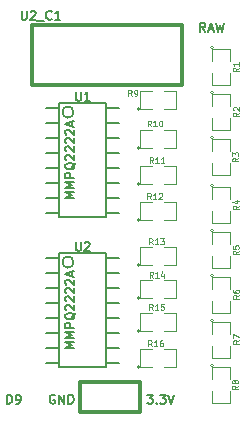
<source format=gto>
G04 (created by PCBNEW (2013-07-07 BZR 4022)-stable) date 11/1/2014 8:09:35 PM*
%MOIN*%
G04 Gerber Fmt 3.4, Leading zero omitted, Abs format*
%FSLAX34Y34*%
G01*
G70*
G90*
G04 APERTURE LIST*
%ADD10C,0.00590551*%
%ADD11C,0.0075*%
%ADD12C,0.005*%
%ADD13C,0.0039*%
%ADD14C,0.012*%
%ADD15C,0.0059*%
%ADD16C,0.0043*%
G04 APERTURE END LIST*
G54D10*
G54D11*
X150292Y-87521D02*
X150192Y-87378D01*
X150121Y-87521D02*
X150121Y-87221D01*
X150235Y-87221D01*
X150264Y-87235D01*
X150278Y-87250D01*
X150292Y-87278D01*
X150292Y-87321D01*
X150278Y-87350D01*
X150264Y-87364D01*
X150235Y-87378D01*
X150121Y-87378D01*
X150407Y-87435D02*
X150550Y-87435D01*
X150378Y-87521D02*
X150478Y-87221D01*
X150578Y-87521D01*
X150650Y-87221D02*
X150721Y-87521D01*
X150778Y-87307D01*
X150835Y-87521D01*
X150907Y-87221D01*
X143678Y-99921D02*
X143678Y-99621D01*
X143750Y-99621D01*
X143792Y-99635D01*
X143821Y-99664D01*
X143835Y-99692D01*
X143850Y-99750D01*
X143850Y-99792D01*
X143835Y-99850D01*
X143821Y-99878D01*
X143792Y-99907D01*
X143750Y-99921D01*
X143678Y-99921D01*
X143992Y-99921D02*
X144050Y-99921D01*
X144078Y-99907D01*
X144092Y-99892D01*
X144121Y-99850D01*
X144135Y-99792D01*
X144135Y-99678D01*
X144121Y-99650D01*
X144107Y-99635D01*
X144078Y-99621D01*
X144021Y-99621D01*
X143992Y-99635D01*
X143978Y-99650D01*
X143964Y-99678D01*
X143964Y-99750D01*
X143978Y-99778D01*
X143992Y-99792D01*
X144021Y-99807D01*
X144078Y-99807D01*
X144107Y-99792D01*
X144121Y-99778D01*
X144135Y-99750D01*
X144164Y-86821D02*
X144164Y-87064D01*
X144178Y-87092D01*
X144192Y-87107D01*
X144221Y-87121D01*
X144278Y-87121D01*
X144307Y-87107D01*
X144321Y-87092D01*
X144335Y-87064D01*
X144335Y-86821D01*
X144464Y-86850D02*
X144478Y-86835D01*
X144507Y-86821D01*
X144578Y-86821D01*
X144607Y-86835D01*
X144621Y-86850D01*
X144635Y-86878D01*
X144635Y-86907D01*
X144621Y-86950D01*
X144450Y-87121D01*
X144635Y-87121D01*
X144692Y-87150D02*
X144921Y-87150D01*
X145164Y-87092D02*
X145150Y-87107D01*
X145107Y-87121D01*
X145078Y-87121D01*
X145035Y-87107D01*
X145007Y-87078D01*
X144992Y-87050D01*
X144978Y-86992D01*
X144978Y-86950D01*
X144992Y-86892D01*
X145007Y-86864D01*
X145035Y-86835D01*
X145078Y-86821D01*
X145107Y-86821D01*
X145150Y-86835D01*
X145164Y-86850D01*
X145450Y-87121D02*
X145278Y-87121D01*
X145364Y-87121D02*
X145364Y-86821D01*
X145335Y-86864D01*
X145307Y-86892D01*
X145278Y-86907D01*
X148357Y-99621D02*
X148542Y-99621D01*
X148442Y-99735D01*
X148485Y-99735D01*
X148514Y-99750D01*
X148528Y-99764D01*
X148542Y-99792D01*
X148542Y-99864D01*
X148528Y-99892D01*
X148514Y-99907D01*
X148485Y-99921D01*
X148400Y-99921D01*
X148371Y-99907D01*
X148357Y-99892D01*
X148671Y-99892D02*
X148685Y-99907D01*
X148671Y-99921D01*
X148657Y-99907D01*
X148671Y-99892D01*
X148671Y-99921D01*
X148785Y-99621D02*
X148971Y-99621D01*
X148871Y-99735D01*
X148914Y-99735D01*
X148942Y-99750D01*
X148957Y-99764D01*
X148971Y-99792D01*
X148971Y-99864D01*
X148957Y-99892D01*
X148942Y-99907D01*
X148914Y-99921D01*
X148828Y-99921D01*
X148800Y-99907D01*
X148785Y-99892D01*
X149057Y-99621D02*
X149157Y-99921D01*
X149257Y-99621D01*
X145271Y-99635D02*
X145242Y-99621D01*
X145200Y-99621D01*
X145157Y-99635D01*
X145128Y-99664D01*
X145114Y-99692D01*
X145100Y-99750D01*
X145100Y-99792D01*
X145114Y-99850D01*
X145128Y-99878D01*
X145157Y-99907D01*
X145200Y-99921D01*
X145228Y-99921D01*
X145271Y-99907D01*
X145285Y-99892D01*
X145285Y-99792D01*
X145228Y-99792D01*
X145414Y-99921D02*
X145414Y-99621D01*
X145585Y-99921D01*
X145585Y-99621D01*
X145728Y-99921D02*
X145728Y-99621D01*
X145800Y-99621D01*
X145842Y-99635D01*
X145871Y-99664D01*
X145885Y-99692D01*
X145900Y-99750D01*
X145900Y-99792D01*
X145885Y-99850D01*
X145871Y-99878D01*
X145842Y-99907D01*
X145800Y-99921D01*
X145728Y-99921D01*
G54D12*
X146980Y-91050D02*
X147410Y-91050D01*
X146980Y-91550D02*
X147410Y-91550D01*
X146980Y-92050D02*
X147410Y-92050D01*
X146980Y-90550D02*
X147410Y-90550D01*
X147410Y-90050D02*
X146980Y-90050D01*
X147410Y-92550D02*
X146980Y-92550D01*
X147410Y-93050D02*
X146980Y-93050D01*
X147410Y-93550D02*
X146980Y-93550D01*
X145420Y-93550D02*
X144990Y-93550D01*
X145420Y-93050D02*
X144990Y-93050D01*
X145420Y-92550D02*
X144990Y-92550D01*
X145420Y-90050D02*
X144990Y-90050D01*
X144990Y-90550D02*
X145420Y-90550D01*
X144990Y-92050D02*
X145420Y-92050D01*
X144990Y-91550D02*
X145420Y-91550D01*
X144990Y-91050D02*
X145420Y-91050D01*
X145896Y-90200D02*
G75*
G03X145896Y-90200I-186J0D01*
G74*
G01*
X146980Y-89900D02*
X145420Y-89900D01*
X145420Y-89900D02*
X145420Y-93700D01*
X145420Y-93700D02*
X146980Y-93700D01*
X146980Y-93700D02*
X146980Y-89900D01*
X146980Y-96050D02*
X147410Y-96050D01*
X146980Y-96550D02*
X147410Y-96550D01*
X146980Y-97050D02*
X147410Y-97050D01*
X146980Y-95550D02*
X147410Y-95550D01*
X147410Y-95050D02*
X146980Y-95050D01*
X147410Y-97550D02*
X146980Y-97550D01*
X147410Y-98050D02*
X146980Y-98050D01*
X147410Y-98550D02*
X146980Y-98550D01*
X145420Y-98550D02*
X144990Y-98550D01*
X145420Y-98050D02*
X144990Y-98050D01*
X145420Y-97550D02*
X144990Y-97550D01*
X145420Y-95050D02*
X144990Y-95050D01*
X144990Y-95550D02*
X145420Y-95550D01*
X144990Y-97050D02*
X145420Y-97050D01*
X144990Y-96550D02*
X145420Y-96550D01*
X144990Y-96050D02*
X145420Y-96050D01*
X145896Y-95200D02*
G75*
G03X145896Y-95200I-186J0D01*
G74*
G01*
X146980Y-94900D02*
X145420Y-94900D01*
X145420Y-94900D02*
X145420Y-98700D01*
X145420Y-98700D02*
X146980Y-98700D01*
X146980Y-98700D02*
X146980Y-94900D01*
G54D13*
X150550Y-97150D02*
G75*
G03X150550Y-97150I-50J0D01*
G74*
G01*
X150500Y-97600D02*
X150500Y-97200D01*
X150500Y-97200D02*
X151100Y-97200D01*
X151100Y-97200D02*
X151100Y-97600D01*
X151100Y-98000D02*
X151100Y-98400D01*
X151100Y-98400D02*
X150500Y-98400D01*
X150500Y-98400D02*
X150500Y-98000D01*
X148100Y-98700D02*
G75*
G03X148100Y-98700I-50J0D01*
G74*
G01*
X148500Y-98700D02*
X148100Y-98700D01*
X148100Y-98700D02*
X148100Y-98100D01*
X148100Y-98100D02*
X148500Y-98100D01*
X148900Y-98100D02*
X149300Y-98100D01*
X149300Y-98100D02*
X149300Y-98700D01*
X149300Y-98700D02*
X148900Y-98700D01*
X148100Y-97500D02*
G75*
G03X148100Y-97500I-50J0D01*
G74*
G01*
X148500Y-97500D02*
X148100Y-97500D01*
X148100Y-97500D02*
X148100Y-96900D01*
X148100Y-96900D02*
X148500Y-96900D01*
X148900Y-96900D02*
X149300Y-96900D01*
X149300Y-96900D02*
X149300Y-97500D01*
X149300Y-97500D02*
X148900Y-97500D01*
X148100Y-96400D02*
G75*
G03X148100Y-96400I-50J0D01*
G74*
G01*
X148500Y-96400D02*
X148100Y-96400D01*
X148100Y-96400D02*
X148100Y-95800D01*
X148100Y-95800D02*
X148500Y-95800D01*
X148900Y-95800D02*
X149300Y-95800D01*
X149300Y-95800D02*
X149300Y-96400D01*
X149300Y-96400D02*
X148900Y-96400D01*
X148100Y-95300D02*
G75*
G03X148100Y-95300I-50J0D01*
G74*
G01*
X148500Y-95300D02*
X148100Y-95300D01*
X148100Y-95300D02*
X148100Y-94700D01*
X148100Y-94700D02*
X148500Y-94700D01*
X148900Y-94700D02*
X149300Y-94700D01*
X149300Y-94700D02*
X149300Y-95300D01*
X149300Y-95300D02*
X148900Y-95300D01*
X148100Y-93800D02*
G75*
G03X148100Y-93800I-50J0D01*
G74*
G01*
X148500Y-93800D02*
X148100Y-93800D01*
X148100Y-93800D02*
X148100Y-93200D01*
X148100Y-93200D02*
X148500Y-93200D01*
X148900Y-93200D02*
X149300Y-93200D01*
X149300Y-93200D02*
X149300Y-93800D01*
X149300Y-93800D02*
X148900Y-93800D01*
X148100Y-92600D02*
G75*
G03X148100Y-92600I-50J0D01*
G74*
G01*
X148500Y-92600D02*
X148100Y-92600D01*
X148100Y-92600D02*
X148100Y-92000D01*
X148100Y-92000D02*
X148500Y-92000D01*
X148900Y-92000D02*
X149300Y-92000D01*
X149300Y-92000D02*
X149300Y-92600D01*
X149300Y-92600D02*
X148900Y-92600D01*
X148100Y-91400D02*
G75*
G03X148100Y-91400I-50J0D01*
G74*
G01*
X148500Y-91400D02*
X148100Y-91400D01*
X148100Y-91400D02*
X148100Y-90800D01*
X148100Y-90800D02*
X148500Y-90800D01*
X148900Y-90800D02*
X149300Y-90800D01*
X149300Y-90800D02*
X149300Y-91400D01*
X149300Y-91400D02*
X148900Y-91400D01*
X148100Y-90100D02*
G75*
G03X148100Y-90100I-50J0D01*
G74*
G01*
X148500Y-90100D02*
X148100Y-90100D01*
X148100Y-90100D02*
X148100Y-89500D01*
X148100Y-89500D02*
X148500Y-89500D01*
X148900Y-89500D02*
X149300Y-89500D01*
X149300Y-89500D02*
X149300Y-90100D01*
X149300Y-90100D02*
X148900Y-90100D01*
X150550Y-98650D02*
G75*
G03X150550Y-98650I-50J0D01*
G74*
G01*
X150500Y-99100D02*
X150500Y-98700D01*
X150500Y-98700D02*
X151100Y-98700D01*
X151100Y-98700D02*
X151100Y-99100D01*
X151100Y-99500D02*
X151100Y-99900D01*
X151100Y-99900D02*
X150500Y-99900D01*
X150500Y-99900D02*
X150500Y-99500D01*
X150550Y-95650D02*
G75*
G03X150550Y-95650I-50J0D01*
G74*
G01*
X150500Y-96100D02*
X150500Y-95700D01*
X150500Y-95700D02*
X151100Y-95700D01*
X151100Y-95700D02*
X151100Y-96100D01*
X151100Y-96500D02*
X151100Y-96900D01*
X151100Y-96900D02*
X150500Y-96900D01*
X150500Y-96900D02*
X150500Y-96500D01*
X150550Y-94150D02*
G75*
G03X150550Y-94150I-50J0D01*
G74*
G01*
X150500Y-94600D02*
X150500Y-94200D01*
X150500Y-94200D02*
X151100Y-94200D01*
X151100Y-94200D02*
X151100Y-94600D01*
X151100Y-95000D02*
X151100Y-95400D01*
X151100Y-95400D02*
X150500Y-95400D01*
X150500Y-95400D02*
X150500Y-95000D01*
X150550Y-92650D02*
G75*
G03X150550Y-92650I-50J0D01*
G74*
G01*
X150500Y-93100D02*
X150500Y-92700D01*
X150500Y-92700D02*
X151100Y-92700D01*
X151100Y-92700D02*
X151100Y-93100D01*
X151100Y-93500D02*
X151100Y-93900D01*
X151100Y-93900D02*
X150500Y-93900D01*
X150500Y-93900D02*
X150500Y-93500D01*
X150550Y-91050D02*
G75*
G03X150550Y-91050I-50J0D01*
G74*
G01*
X150500Y-91500D02*
X150500Y-91100D01*
X150500Y-91100D02*
X151100Y-91100D01*
X151100Y-91100D02*
X151100Y-91500D01*
X151100Y-91900D02*
X151100Y-92300D01*
X151100Y-92300D02*
X150500Y-92300D01*
X150500Y-92300D02*
X150500Y-91900D01*
X150550Y-89550D02*
G75*
G03X150550Y-89550I-50J0D01*
G74*
G01*
X150500Y-90000D02*
X150500Y-89600D01*
X150500Y-89600D02*
X151100Y-89600D01*
X151100Y-89600D02*
X151100Y-90000D01*
X151100Y-90400D02*
X151100Y-90800D01*
X151100Y-90800D02*
X150500Y-90800D01*
X150500Y-90800D02*
X150500Y-90400D01*
X150550Y-88050D02*
G75*
G03X150550Y-88050I-50J0D01*
G74*
G01*
X150500Y-88500D02*
X150500Y-88100D01*
X150500Y-88100D02*
X151100Y-88100D01*
X151100Y-88100D02*
X151100Y-88500D01*
X151100Y-88900D02*
X151100Y-89300D01*
X151100Y-89300D02*
X150500Y-89300D01*
X150500Y-89300D02*
X150500Y-88900D01*
G54D14*
X146100Y-100200D02*
X146100Y-99200D01*
X146100Y-99200D02*
X148100Y-99200D01*
X148100Y-99200D02*
X148100Y-100200D01*
X148100Y-100200D02*
X146100Y-100200D01*
X144500Y-87300D02*
X149500Y-87300D01*
X149500Y-87300D02*
X149500Y-89300D01*
X149500Y-89300D02*
X144500Y-89300D01*
X144500Y-89300D02*
X144500Y-87300D01*
G54D15*
X145975Y-89524D02*
X145975Y-89763D01*
X145989Y-89791D01*
X146003Y-89805D01*
X146031Y-89819D01*
X146087Y-89819D01*
X146115Y-89805D01*
X146129Y-89791D01*
X146143Y-89763D01*
X146143Y-89524D01*
X146438Y-89819D02*
X146270Y-89819D01*
X146354Y-89819D02*
X146354Y-89524D01*
X146326Y-89566D01*
X146298Y-89594D01*
X146270Y-89608D01*
X145919Y-93057D02*
X145624Y-93057D01*
X145835Y-92958D01*
X145624Y-92860D01*
X145919Y-92860D01*
X145919Y-92720D02*
X145624Y-92720D01*
X145835Y-92621D01*
X145624Y-92523D01*
X145919Y-92523D01*
X145919Y-92382D02*
X145624Y-92382D01*
X145624Y-92270D01*
X145638Y-92242D01*
X145652Y-92228D01*
X145680Y-92214D01*
X145722Y-92214D01*
X145750Y-92228D01*
X145764Y-92242D01*
X145778Y-92270D01*
X145778Y-92382D01*
X145947Y-91891D02*
X145933Y-91919D01*
X145905Y-91947D01*
X145863Y-91989D01*
X145849Y-92017D01*
X145849Y-92045D01*
X145919Y-92031D02*
X145905Y-92059D01*
X145877Y-92087D01*
X145821Y-92102D01*
X145722Y-92102D01*
X145666Y-92087D01*
X145638Y-92059D01*
X145624Y-92031D01*
X145624Y-91975D01*
X145638Y-91947D01*
X145666Y-91919D01*
X145722Y-91905D01*
X145821Y-91905D01*
X145877Y-91919D01*
X145905Y-91947D01*
X145919Y-91975D01*
X145919Y-92031D01*
X145652Y-91792D02*
X145638Y-91778D01*
X145624Y-91750D01*
X145624Y-91680D01*
X145638Y-91652D01*
X145652Y-91638D01*
X145680Y-91624D01*
X145708Y-91624D01*
X145750Y-91638D01*
X145919Y-91807D01*
X145919Y-91624D01*
X145652Y-91512D02*
X145638Y-91497D01*
X145624Y-91469D01*
X145624Y-91399D01*
X145638Y-91371D01*
X145652Y-91357D01*
X145680Y-91343D01*
X145708Y-91343D01*
X145750Y-91357D01*
X145919Y-91526D01*
X145919Y-91343D01*
X145652Y-91231D02*
X145638Y-91217D01*
X145624Y-91188D01*
X145624Y-91118D01*
X145638Y-91090D01*
X145652Y-91076D01*
X145680Y-91062D01*
X145708Y-91062D01*
X145750Y-91076D01*
X145919Y-91245D01*
X145919Y-91062D01*
X145652Y-90950D02*
X145638Y-90936D01*
X145624Y-90907D01*
X145624Y-90837D01*
X145638Y-90809D01*
X145652Y-90795D01*
X145680Y-90781D01*
X145708Y-90781D01*
X145750Y-90795D01*
X145919Y-90964D01*
X145919Y-90781D01*
X145835Y-90669D02*
X145835Y-90528D01*
X145919Y-90697D02*
X145624Y-90598D01*
X145919Y-90500D01*
X145975Y-94524D02*
X145975Y-94763D01*
X145989Y-94791D01*
X146003Y-94805D01*
X146031Y-94819D01*
X146087Y-94819D01*
X146115Y-94805D01*
X146129Y-94791D01*
X146143Y-94763D01*
X146143Y-94524D01*
X146270Y-94552D02*
X146284Y-94538D01*
X146312Y-94524D01*
X146382Y-94524D01*
X146410Y-94538D01*
X146424Y-94552D01*
X146438Y-94580D01*
X146438Y-94608D01*
X146424Y-94650D01*
X146256Y-94819D01*
X146438Y-94819D01*
X145919Y-98057D02*
X145624Y-98057D01*
X145835Y-97958D01*
X145624Y-97860D01*
X145919Y-97860D01*
X145919Y-97720D02*
X145624Y-97720D01*
X145835Y-97621D01*
X145624Y-97523D01*
X145919Y-97523D01*
X145919Y-97382D02*
X145624Y-97382D01*
X145624Y-97270D01*
X145638Y-97242D01*
X145652Y-97228D01*
X145680Y-97214D01*
X145722Y-97214D01*
X145750Y-97228D01*
X145764Y-97242D01*
X145778Y-97270D01*
X145778Y-97382D01*
X145947Y-96891D02*
X145933Y-96919D01*
X145905Y-96947D01*
X145863Y-96989D01*
X145849Y-97017D01*
X145849Y-97045D01*
X145919Y-97031D02*
X145905Y-97059D01*
X145877Y-97087D01*
X145821Y-97102D01*
X145722Y-97102D01*
X145666Y-97087D01*
X145638Y-97059D01*
X145624Y-97031D01*
X145624Y-96975D01*
X145638Y-96947D01*
X145666Y-96919D01*
X145722Y-96905D01*
X145821Y-96905D01*
X145877Y-96919D01*
X145905Y-96947D01*
X145919Y-96975D01*
X145919Y-97031D01*
X145652Y-96792D02*
X145638Y-96778D01*
X145624Y-96750D01*
X145624Y-96680D01*
X145638Y-96652D01*
X145652Y-96638D01*
X145680Y-96624D01*
X145708Y-96624D01*
X145750Y-96638D01*
X145919Y-96807D01*
X145919Y-96624D01*
X145652Y-96512D02*
X145638Y-96497D01*
X145624Y-96469D01*
X145624Y-96399D01*
X145638Y-96371D01*
X145652Y-96357D01*
X145680Y-96343D01*
X145708Y-96343D01*
X145750Y-96357D01*
X145919Y-96526D01*
X145919Y-96343D01*
X145652Y-96231D02*
X145638Y-96217D01*
X145624Y-96188D01*
X145624Y-96118D01*
X145638Y-96090D01*
X145652Y-96076D01*
X145680Y-96062D01*
X145708Y-96062D01*
X145750Y-96076D01*
X145919Y-96245D01*
X145919Y-96062D01*
X145652Y-95950D02*
X145638Y-95936D01*
X145624Y-95907D01*
X145624Y-95837D01*
X145638Y-95809D01*
X145652Y-95795D01*
X145680Y-95781D01*
X145708Y-95781D01*
X145750Y-95795D01*
X145919Y-95964D01*
X145919Y-95781D01*
X145835Y-95669D02*
X145835Y-95528D01*
X145919Y-95697D02*
X145624Y-95598D01*
X145919Y-95500D01*
G54D16*
X151419Y-97802D02*
X151325Y-97868D01*
X151419Y-97915D02*
X151222Y-97915D01*
X151222Y-97840D01*
X151232Y-97821D01*
X151241Y-97812D01*
X151260Y-97802D01*
X151288Y-97802D01*
X151307Y-97812D01*
X151316Y-97821D01*
X151325Y-97840D01*
X151325Y-97915D01*
X151222Y-97737D02*
X151222Y-97605D01*
X151419Y-97690D01*
X148503Y-98009D02*
X148437Y-97915D01*
X148390Y-98009D02*
X148390Y-97812D01*
X148465Y-97812D01*
X148484Y-97822D01*
X148493Y-97831D01*
X148503Y-97850D01*
X148503Y-97878D01*
X148493Y-97897D01*
X148484Y-97906D01*
X148465Y-97915D01*
X148390Y-97915D01*
X148690Y-98009D02*
X148578Y-98009D01*
X148634Y-98009D02*
X148634Y-97812D01*
X148615Y-97840D01*
X148597Y-97859D01*
X148578Y-97869D01*
X148859Y-97812D02*
X148822Y-97812D01*
X148803Y-97822D01*
X148794Y-97831D01*
X148775Y-97859D01*
X148766Y-97897D01*
X148766Y-97972D01*
X148775Y-97990D01*
X148784Y-98000D01*
X148803Y-98009D01*
X148841Y-98009D01*
X148859Y-98000D01*
X148869Y-97990D01*
X148878Y-97972D01*
X148878Y-97925D01*
X148869Y-97906D01*
X148859Y-97897D01*
X148841Y-97887D01*
X148803Y-97887D01*
X148784Y-97897D01*
X148775Y-97906D01*
X148766Y-97925D01*
X148533Y-96799D02*
X148467Y-96705D01*
X148420Y-96799D02*
X148420Y-96602D01*
X148495Y-96602D01*
X148514Y-96612D01*
X148523Y-96621D01*
X148533Y-96640D01*
X148533Y-96668D01*
X148523Y-96687D01*
X148514Y-96696D01*
X148495Y-96705D01*
X148420Y-96705D01*
X148720Y-96799D02*
X148608Y-96799D01*
X148664Y-96799D02*
X148664Y-96602D01*
X148645Y-96630D01*
X148627Y-96649D01*
X148608Y-96659D01*
X148899Y-96602D02*
X148805Y-96602D01*
X148796Y-96696D01*
X148805Y-96687D01*
X148824Y-96677D01*
X148871Y-96677D01*
X148889Y-96687D01*
X148899Y-96696D01*
X148908Y-96715D01*
X148908Y-96762D01*
X148899Y-96780D01*
X148889Y-96790D01*
X148871Y-96799D01*
X148824Y-96799D01*
X148805Y-96790D01*
X148796Y-96780D01*
X148543Y-95719D02*
X148477Y-95625D01*
X148430Y-95719D02*
X148430Y-95522D01*
X148505Y-95522D01*
X148524Y-95532D01*
X148533Y-95541D01*
X148543Y-95560D01*
X148543Y-95588D01*
X148533Y-95607D01*
X148524Y-95616D01*
X148505Y-95625D01*
X148430Y-95625D01*
X148730Y-95719D02*
X148618Y-95719D01*
X148674Y-95719D02*
X148674Y-95522D01*
X148655Y-95550D01*
X148637Y-95569D01*
X148618Y-95579D01*
X148899Y-95588D02*
X148899Y-95719D01*
X148852Y-95513D02*
X148806Y-95654D01*
X148927Y-95654D01*
X148533Y-94609D02*
X148467Y-94515D01*
X148420Y-94609D02*
X148420Y-94412D01*
X148495Y-94412D01*
X148514Y-94422D01*
X148523Y-94431D01*
X148533Y-94450D01*
X148533Y-94478D01*
X148523Y-94497D01*
X148514Y-94506D01*
X148495Y-94515D01*
X148420Y-94515D01*
X148720Y-94609D02*
X148608Y-94609D01*
X148664Y-94609D02*
X148664Y-94412D01*
X148645Y-94440D01*
X148627Y-94459D01*
X148608Y-94469D01*
X148786Y-94412D02*
X148908Y-94412D01*
X148842Y-94487D01*
X148871Y-94487D01*
X148889Y-94497D01*
X148899Y-94506D01*
X148908Y-94525D01*
X148908Y-94572D01*
X148899Y-94590D01*
X148889Y-94600D01*
X148871Y-94609D01*
X148814Y-94609D01*
X148796Y-94600D01*
X148786Y-94590D01*
X148473Y-93099D02*
X148407Y-93005D01*
X148360Y-93099D02*
X148360Y-92902D01*
X148435Y-92902D01*
X148454Y-92912D01*
X148463Y-92921D01*
X148473Y-92940D01*
X148473Y-92968D01*
X148463Y-92987D01*
X148454Y-92996D01*
X148435Y-93005D01*
X148360Y-93005D01*
X148660Y-93099D02*
X148548Y-93099D01*
X148604Y-93099D02*
X148604Y-92902D01*
X148585Y-92930D01*
X148567Y-92949D01*
X148548Y-92959D01*
X148736Y-92921D02*
X148745Y-92912D01*
X148764Y-92902D01*
X148811Y-92902D01*
X148829Y-92912D01*
X148839Y-92921D01*
X148848Y-92940D01*
X148848Y-92959D01*
X148839Y-92987D01*
X148726Y-93099D01*
X148848Y-93099D01*
X148543Y-91899D02*
X148477Y-91805D01*
X148430Y-91899D02*
X148430Y-91702D01*
X148505Y-91702D01*
X148524Y-91712D01*
X148533Y-91721D01*
X148543Y-91740D01*
X148543Y-91768D01*
X148533Y-91787D01*
X148524Y-91796D01*
X148505Y-91805D01*
X148430Y-91805D01*
X148730Y-91899D02*
X148618Y-91899D01*
X148674Y-91899D02*
X148674Y-91702D01*
X148655Y-91730D01*
X148637Y-91749D01*
X148618Y-91759D01*
X148918Y-91899D02*
X148806Y-91899D01*
X148862Y-91899D02*
X148862Y-91702D01*
X148843Y-91730D01*
X148824Y-91749D01*
X148806Y-91759D01*
X148483Y-90679D02*
X148417Y-90585D01*
X148370Y-90679D02*
X148370Y-90482D01*
X148445Y-90482D01*
X148464Y-90492D01*
X148473Y-90501D01*
X148483Y-90520D01*
X148483Y-90548D01*
X148473Y-90567D01*
X148464Y-90576D01*
X148445Y-90585D01*
X148370Y-90585D01*
X148670Y-90679D02*
X148558Y-90679D01*
X148614Y-90679D02*
X148614Y-90482D01*
X148595Y-90510D01*
X148577Y-90529D01*
X148558Y-90539D01*
X148792Y-90482D02*
X148811Y-90482D01*
X148830Y-90492D01*
X148839Y-90501D01*
X148849Y-90520D01*
X148858Y-90557D01*
X148858Y-90604D01*
X148849Y-90642D01*
X148839Y-90660D01*
X148830Y-90670D01*
X148811Y-90679D01*
X148792Y-90679D01*
X148774Y-90670D01*
X148764Y-90660D01*
X148755Y-90642D01*
X148746Y-90604D01*
X148746Y-90557D01*
X148755Y-90520D01*
X148764Y-90501D01*
X148774Y-90492D01*
X148792Y-90482D01*
X147837Y-89659D02*
X147771Y-89565D01*
X147724Y-89659D02*
X147724Y-89462D01*
X147799Y-89462D01*
X147818Y-89472D01*
X147827Y-89481D01*
X147837Y-89500D01*
X147837Y-89528D01*
X147827Y-89547D01*
X147818Y-89556D01*
X147799Y-89565D01*
X147724Y-89565D01*
X147930Y-89659D02*
X147968Y-89659D01*
X147987Y-89650D01*
X147996Y-89640D01*
X148015Y-89612D01*
X148024Y-89575D01*
X148024Y-89500D01*
X148015Y-89481D01*
X148006Y-89472D01*
X147987Y-89462D01*
X147949Y-89462D01*
X147930Y-89472D01*
X147921Y-89481D01*
X147912Y-89500D01*
X147912Y-89547D01*
X147921Y-89565D01*
X147930Y-89575D01*
X147949Y-89584D01*
X147987Y-89584D01*
X148006Y-89575D01*
X148015Y-89565D01*
X148024Y-89547D01*
X151379Y-99322D02*
X151285Y-99388D01*
X151379Y-99435D02*
X151182Y-99435D01*
X151182Y-99360D01*
X151192Y-99341D01*
X151201Y-99332D01*
X151220Y-99322D01*
X151248Y-99322D01*
X151267Y-99332D01*
X151276Y-99341D01*
X151285Y-99360D01*
X151285Y-99435D01*
X151267Y-99210D02*
X151257Y-99229D01*
X151248Y-99238D01*
X151229Y-99247D01*
X151220Y-99247D01*
X151201Y-99238D01*
X151192Y-99229D01*
X151182Y-99210D01*
X151182Y-99172D01*
X151192Y-99153D01*
X151201Y-99144D01*
X151220Y-99135D01*
X151229Y-99135D01*
X151248Y-99144D01*
X151257Y-99153D01*
X151267Y-99172D01*
X151267Y-99210D01*
X151276Y-99229D01*
X151285Y-99238D01*
X151304Y-99247D01*
X151342Y-99247D01*
X151360Y-99238D01*
X151370Y-99229D01*
X151379Y-99210D01*
X151379Y-99172D01*
X151370Y-99153D01*
X151360Y-99144D01*
X151342Y-99135D01*
X151304Y-99135D01*
X151285Y-99144D01*
X151276Y-99153D01*
X151267Y-99172D01*
X151409Y-96302D02*
X151315Y-96368D01*
X151409Y-96415D02*
X151212Y-96415D01*
X151212Y-96340D01*
X151222Y-96321D01*
X151231Y-96312D01*
X151250Y-96302D01*
X151278Y-96302D01*
X151297Y-96312D01*
X151306Y-96321D01*
X151315Y-96340D01*
X151315Y-96415D01*
X151212Y-96133D02*
X151212Y-96171D01*
X151222Y-96190D01*
X151231Y-96199D01*
X151259Y-96218D01*
X151297Y-96227D01*
X151372Y-96227D01*
X151390Y-96218D01*
X151400Y-96209D01*
X151409Y-96190D01*
X151409Y-96152D01*
X151400Y-96133D01*
X151390Y-96124D01*
X151372Y-96115D01*
X151325Y-96115D01*
X151306Y-96124D01*
X151297Y-96133D01*
X151287Y-96152D01*
X151287Y-96190D01*
X151297Y-96209D01*
X151306Y-96218D01*
X151325Y-96227D01*
X151399Y-94832D02*
X151305Y-94898D01*
X151399Y-94945D02*
X151202Y-94945D01*
X151202Y-94870D01*
X151212Y-94851D01*
X151221Y-94842D01*
X151240Y-94832D01*
X151268Y-94832D01*
X151287Y-94842D01*
X151296Y-94851D01*
X151305Y-94870D01*
X151305Y-94945D01*
X151202Y-94654D02*
X151202Y-94748D01*
X151296Y-94757D01*
X151287Y-94748D01*
X151277Y-94729D01*
X151277Y-94682D01*
X151287Y-94663D01*
X151296Y-94654D01*
X151315Y-94645D01*
X151362Y-94645D01*
X151380Y-94654D01*
X151390Y-94663D01*
X151399Y-94682D01*
X151399Y-94729D01*
X151390Y-94748D01*
X151380Y-94757D01*
X151399Y-93322D02*
X151305Y-93388D01*
X151399Y-93435D02*
X151202Y-93435D01*
X151202Y-93360D01*
X151212Y-93341D01*
X151221Y-93332D01*
X151240Y-93322D01*
X151268Y-93322D01*
X151287Y-93332D01*
X151296Y-93341D01*
X151305Y-93360D01*
X151305Y-93435D01*
X151268Y-93153D02*
X151399Y-93153D01*
X151193Y-93200D02*
X151334Y-93247D01*
X151334Y-93125D01*
X151389Y-91732D02*
X151295Y-91798D01*
X151389Y-91845D02*
X151192Y-91845D01*
X151192Y-91770D01*
X151202Y-91751D01*
X151211Y-91742D01*
X151230Y-91732D01*
X151258Y-91732D01*
X151277Y-91742D01*
X151286Y-91751D01*
X151295Y-91770D01*
X151295Y-91845D01*
X151192Y-91667D02*
X151192Y-91545D01*
X151267Y-91610D01*
X151267Y-91582D01*
X151277Y-91563D01*
X151286Y-91554D01*
X151305Y-91545D01*
X151352Y-91545D01*
X151370Y-91554D01*
X151380Y-91563D01*
X151389Y-91582D01*
X151389Y-91639D01*
X151380Y-91657D01*
X151370Y-91667D01*
X151409Y-90222D02*
X151315Y-90288D01*
X151409Y-90335D02*
X151212Y-90335D01*
X151212Y-90260D01*
X151222Y-90241D01*
X151231Y-90232D01*
X151250Y-90222D01*
X151278Y-90222D01*
X151297Y-90232D01*
X151306Y-90241D01*
X151315Y-90260D01*
X151315Y-90335D01*
X151231Y-90147D02*
X151222Y-90138D01*
X151212Y-90119D01*
X151212Y-90072D01*
X151222Y-90053D01*
X151231Y-90044D01*
X151250Y-90035D01*
X151269Y-90035D01*
X151297Y-90044D01*
X151409Y-90157D01*
X151409Y-90035D01*
X151399Y-88732D02*
X151305Y-88798D01*
X151399Y-88845D02*
X151202Y-88845D01*
X151202Y-88770D01*
X151212Y-88751D01*
X151221Y-88742D01*
X151240Y-88732D01*
X151268Y-88732D01*
X151287Y-88742D01*
X151296Y-88751D01*
X151305Y-88770D01*
X151305Y-88845D01*
X151399Y-88545D02*
X151399Y-88657D01*
X151399Y-88601D02*
X151202Y-88601D01*
X151230Y-88620D01*
X151249Y-88639D01*
X151259Y-88657D01*
M02*

</source>
